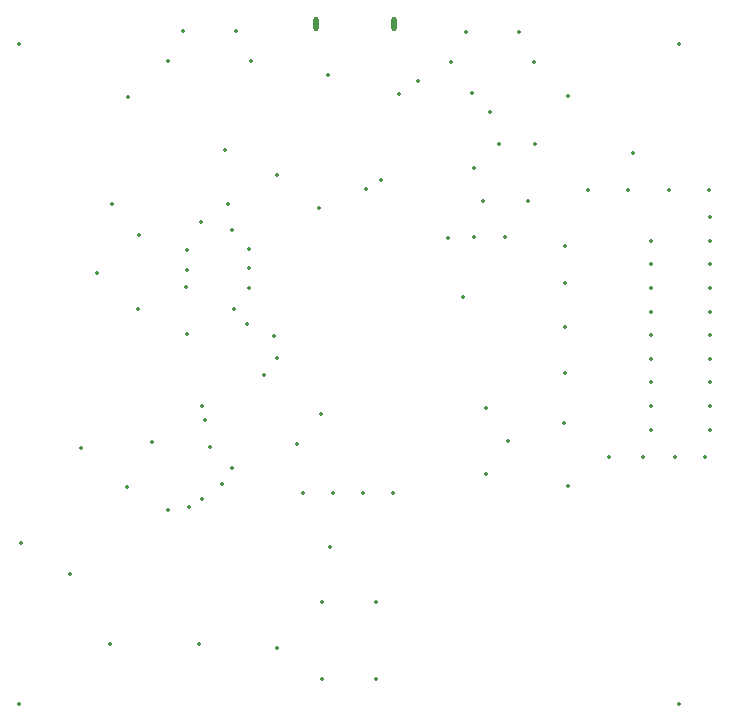
<source format=gbo>
%TF.GenerationSoftware,KiCad,Pcbnew,7.0.10*%
%TF.CreationDate,2025-01-08T07:23:32-05:00*%
%TF.ProjectId,PostAlertBaseStationV6,506f7374-416c-4657-9274-426173655374,5.0*%
%TF.SameCoordinates,Original*%
%TF.FileFunction,Legend,Bot*%
%TF.FilePolarity,Positive*%
%FSLAX46Y46*%
G04 Gerber Fmt 4.6, Leading zero omitted, Abs format (unit mm)*
G04 Created by KiCad (PCBNEW 7.0.10) date 2025-01-08 07:23:32*
%MOMM*%
%LPD*%
G01*
G04 APERTURE LIST*
%ADD10C,0.350000*%
%ADD11O,0.500000X1.200000*%
G04 APERTURE END LIST*
D10*
X127230400Y-86339000D03*
X113260400Y-73258000D03*
X119737400Y-98912000D03*
X160885400Y-94721000D03*
X144629400Y-73004000D03*
X163806400Y-72115000D03*
X114640163Y-64200000D03*
X151614400Y-76814000D03*
X124817400Y-77068000D03*
X145264400Y-65511000D03*
X146788400Y-93324000D03*
X124817400Y-78719000D03*
X119508800Y-80319200D03*
X151868400Y-64114000D03*
X149074400Y-68178000D03*
X127230400Y-70845000D03*
X160377400Y-72115000D03*
X126976400Y-84434000D03*
X105513400Y-101960000D03*
X139168400Y-62844000D03*
X128881400Y-93578000D03*
X161290000Y-59690000D03*
X163425400Y-94721000D03*
X153519400Y-72115000D03*
X144883400Y-96118000D03*
X151614400Y-87609000D03*
X117959400Y-99166000D03*
X127205000Y-110837000D03*
X142978400Y-81132000D03*
X131675568Y-102290368D03*
X115521000Y-75874200D03*
X131548400Y-62336000D03*
X105410000Y-115570000D03*
X144883400Y-90530000D03*
X143740400Y-63860000D03*
X155297400Y-94721000D03*
X109704400Y-104627000D03*
X137517400Y-63987000D03*
X130786400Y-73639000D03*
X119610400Y-84307000D03*
X105410000Y-59690000D03*
X141708400Y-76179000D03*
X130913400Y-91038000D03*
X158218400Y-94721000D03*
X119585000Y-77169600D03*
X151868400Y-97134000D03*
X146534400Y-76052000D03*
X134723400Y-71988000D03*
X110644200Y-93959000D03*
X114530400Y-97261000D03*
X146026400Y-68178000D03*
X156948400Y-72115000D03*
X161290000Y-115570000D03*
X151614400Y-83672000D03*
X111939600Y-79074600D03*
X143867400Y-76052000D03*
X120829600Y-90403000D03*
X143867400Y-70210000D03*
X148439400Y-73004000D03*
X119559600Y-78820600D03*
X124817400Y-80370000D03*
X151614400Y-79989000D03*
X151487400Y-91800000D03*
X135993400Y-71226000D03*
X157329400Y-68940000D03*
X115444800Y-82144900D03*
X122559900Y-97007000D03*
X122785400Y-68686000D03*
X121539000Y-93832000D03*
X120880400Y-98277000D03*
X120753400Y-74756600D03*
X123547400Y-82148000D03*
X124690400Y-83418000D03*
X121134400Y-91546000D03*
X116625900Y-93387500D03*
X123039400Y-73258000D03*
X123445900Y-95610000D03*
X126115900Y-87736000D03*
X123394900Y-75445500D03*
X117979400Y-61153000D03*
X124979400Y-61153000D03*
X119229400Y-58653000D03*
X123729400Y-58653000D03*
D11*
X137134400Y-58018000D03*
X130534400Y-58018000D03*
D10*
X113040000Y-110490000D03*
X120640000Y-110490000D03*
X137009400Y-97769000D03*
X134469400Y-97769000D03*
X131929400Y-97769000D03*
X129389400Y-97769000D03*
X141982400Y-61210000D03*
X148982400Y-61210000D03*
X143232400Y-58710000D03*
X147732400Y-58710000D03*
X135561600Y-106989200D03*
X135561600Y-113489200D03*
X131061600Y-106989200D03*
X131061600Y-113489200D03*
X163853400Y-74370000D03*
X163853400Y-76370000D03*
X158853400Y-76370000D03*
X163853400Y-78370000D03*
X158853400Y-78370000D03*
X163853400Y-80370000D03*
X158853400Y-80370000D03*
X163853400Y-82370000D03*
X158853400Y-82370000D03*
X163853400Y-84370000D03*
X158853400Y-84370000D03*
X163853400Y-86370000D03*
X158853400Y-86370000D03*
X163853400Y-88370000D03*
X158853400Y-88370000D03*
X163853400Y-90370000D03*
X158853400Y-90370000D03*
X163853400Y-92370000D03*
X158853400Y-92370000D03*
M02*

</source>
